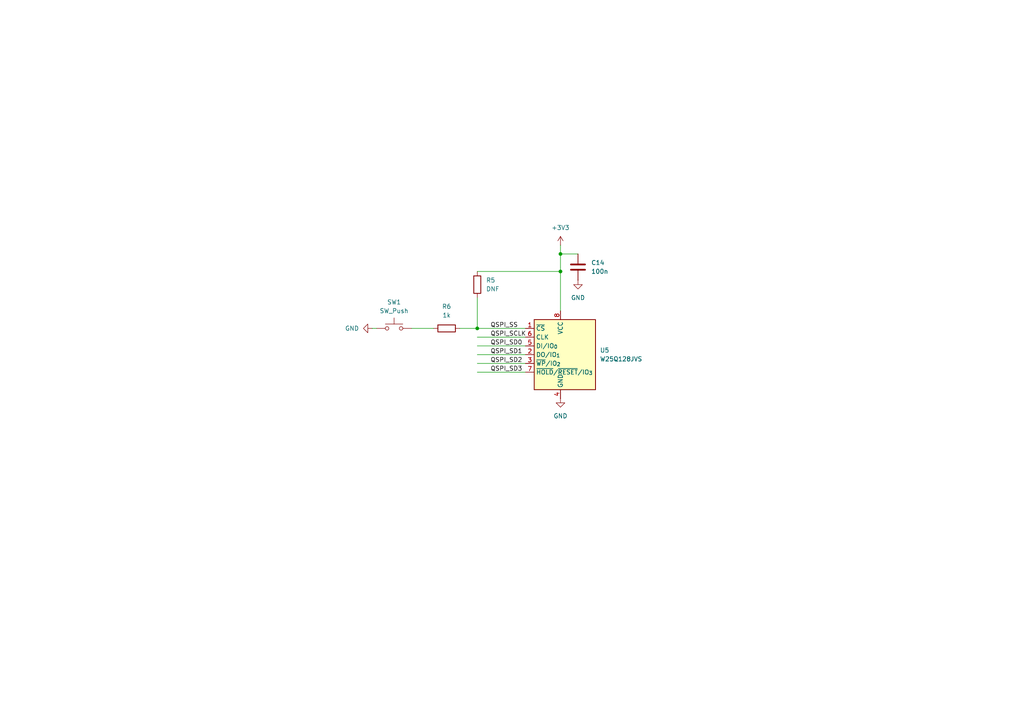
<source format=kicad_sch>
(kicad_sch (version 20250114) (generator "eeschema") (generator_version "9.0")
  (paper "A4")
  (lib_symbols
    (symbol "Device:C" (pin_numbers (hide yes)) (pin_names (offset 0.254))
      (property "Reference" "C" (at 0.635 2.54 0))
      (property "Value" "C" (at 0.635 -2.54 0))
      (symbol "C_0_1"
        (polyline (pts (xy -2.032 0.762) (xy 2.032 0.762)) (stroke (width 0.508)))
        (polyline (pts (xy -2.032 -0.762) (xy 2.032 -0.762)) (stroke (width 0.508)))
      )
      (symbol "C_1_1"
        (pin passive line (at 0 3.81 270) (length 2.794) (name "~") (number "1"))
        (pin passive line (at 0 -3.81 90) (length 2.794) (name "~") (number "2"))
      )
    )
    (symbol "Device:R" (pin_numbers (hide yes)) (pin_names (offset 0))
      (property "Reference" "R" (at 2.032 0 90))
      (property "Value" "R" (at 0 0 90))
      (symbol "R_0_1"
        (rectangle (start -1.016 -2.54) (end 1.016 2.54) (stroke (width 0.254)))
      )
      (symbol "R_1_1"
        (pin passive line (at 0 3.81 270) (length 1.27) (name "~") (number "1"))
        (pin passive line (at 0 -3.81 90) (length 1.27) (name "~") (number "2"))
      )
    )
    (symbol "Memory_Flash:W25Q128JVS"
      (property "Reference" "U" (at -6.35 11.43 0))
      (property "Value" "W25Q128JVS" (at 7.62 11.43 0))
      (symbol "W25Q128JVS_0_1"
        (rectangle (start -7.62 10.16) (end 10.16 -10.16) (stroke (width 0.254)) (fill (type background)))
      )
      (symbol "W25Q128JVS_1_1"
        (pin input line (at -10.16 7.62 0) (length 2.54) (name "~{CS}") (number "1"))
        (pin input line (at -10.16 5.08 0) (length 2.54) (name "CLK") (number "6"))
        (pin bidirectional line (at -10.16 2.54 0) (length 2.54) (name "DI/IO_{0}") (number "5"))
        (pin bidirectional line (at -10.16 0 0) (length 2.54) (name "DO/IO_{1}") (number "2"))
        (pin bidirectional line (at -10.16 -2.54 0) (length 2.54) (name "~{WP}/IO_{2}") (number "3"))
        (pin bidirectional line (at -10.16 -5.08 0) (length 2.54) (name "~{HOLD}/~{RESET}/IO_{3}") (number "7"))
        (pin power_in line (at 0 12.7 270) (length 2.54) (name "VCC") (number "8"))
        (pin power_in line (at 0 -12.7 90) (length 2.54) (name "GND") (number "4"))
      )
    )
    (symbol "Switch:SW_Push" (pin_numbers (hide yes)) (pin_names (offset 1.016) (hide yes))
      (property "Reference" "SW" (at 1.27 2.54 0))
      (property "Value" "SW_Push" (at 0 -1.524 0))
      (symbol "SW_Push_0_1"
        (circle (center -2.032 0) (radius 0.508))
        (polyline (pts (xy 0 1.27) (xy 0 3.048)))
        (circle (center 2.032 0) (radius 0.508))
        (polyline (pts (xy 2.54 1.27) (xy -2.54 1.27)))
        (pin passive line (at -5.08 0 0) (length 2.54) (name "1") (number "1"))
        (pin passive line (at 5.08 0 180) (length 2.54) (name "2") (number "2"))
      )
    )
    (symbol "power:+3V3" (power) (pin_numbers (hide yes)) (pin_names (offset 0) (hide yes))
      (property "Value" "+3V3" (at 0 3.556 0))
      (symbol "+3V3_0_1"
        (polyline (pts (xy -0.762 1.27) (xy 0 2.54)))
        (polyline (pts (xy 0 2.54) (xy 0.762 1.27)))
        (polyline (pts (xy 0 0) (xy 0 2.54)))
      )
      (symbol "+3V3_1_1"
        (pin power_in line (at 0 0 90) (length 0) (name "~") (number "1"))
      )
    )
    (symbol "power:GND" (power) (pin_numbers (hide yes)) (pin_names (offset 0) (hide yes))
      (property "Value" "GND" (at 0 -3.81 0))
      (symbol "GND_0_1"
        (polyline (pts (xy 0 0) (xy 0 -1.27) (xy 1.27 -1.27) (xy 0 -2.54) (xy -1.27 -1.27) (xy 0 -1.27)))
      )
      (symbol "GND_1_1"
        (pin power_in line (at 0 0 270) (length 0) (name "~") (number "1"))
      )
    )
  )
  (junction (at 138.43 95.25))
  (junction (at 162.56 73.66))
  (junction (at 162.56 78.74))
  (wire (pts (xy 162.56 73.66) (xy 167.64 73.66)))
  (wire (pts (xy 162.56 71.12) (xy 162.56 73.66)))
  (wire (pts (xy 138.43 78.74) (xy 162.56 78.74)))
  (wire (pts (xy 138.43 102.87) (xy 152.4 102.87)))
  (wire (pts (xy 138.43 95.25) (xy 152.4 95.25)))
  (wire (pts (xy 138.43 100.33) (xy 152.4 100.33)))
  (wire (pts (xy 138.43 107.95) (xy 152.4 107.95)))
  (wire (pts (xy 138.43 105.41) (xy 152.4 105.41)))
  (wire (pts (xy 138.43 86.36) (xy 138.43 95.25)))
  (wire (pts (xy 162.56 78.74) (xy 162.56 90.17)))
  (wire (pts (xy 162.56 73.66) (xy 162.56 78.74)))
  (wire (pts (xy 138.43 97.79) (xy 152.4 97.79)))
  (wire (pts (xy 119.38 95.25) (xy 125.73 95.25)))
  (wire (pts (xy 133.35 95.25) (xy 138.43 95.25)))
  (wire (pts (xy 107.95 95.25) (xy 109.22 95.25)))
  (label "QSPI_SD1" (at 142.24 102.87 0))
  (label "QSPI_SD0" (at 142.24 100.33 0))
  (label "QSPI_SS" (at 142.24 95.25 0))
  (label "QSPI_SD3" (at 142.24 107.95 0))
  (label "QSPI_SD2" (at 142.24 105.41 0))
  (label "QSPI_SCLK" (at 142.24 97.79 0))
  (symbol (lib_id "Device:C") (at 167.64 77.47 0) (unit 1)
    (property "Reference" "C14" (at 171.45 76.1999 0) (effects (justify left)))
    (property "Value" "100n" (at 171.45 78.7399 0) (effects (justify left)))
    (property "Description" "Unpolarized capacitor" (effects (hide yes)))
  )
  (symbol (lib_id "power:GND") (at 167.64 81.28 0) (unit 1)
    (property "Reference" "#PWR014" (effects (hide yes)))
    (property "Value" "GND" (at 167.64 86.36 0))
    (property "Description" "Power symbol creates a global label with name \"GND\" , ground" (effects (hide yes)))
  )
  (symbol (lib_id "power:+3V3") (at 162.56 71.12 0) (unit 1)
    (property "Reference" "#PWR013" (effects (hide yes)))
    (property "Value" "+3V3" (at 162.56 66.04 0))
    (property "Description" "Power symbol creates a global label with name \"+3V3\"" (effects (hide yes)))
  )
  (symbol (lib_id "Device:R") (at 138.43 82.55 0) (unit 1)
    (property "Reference" "R5" (at 140.97 81.2799 0) (effects (justify left)))
    (property "Value" "DNF" (at 140.97 83.8199 0) (effects (justify left)))
    (property "Description" "Resistor" (effects (hide yes)))
  )
  (symbol (lib_id "Memory_Flash:W25Q128JVS") (at 162.56 102.87 0) (unit 1)
    (property "Reference" "U5" (at 173.99 101.5999 0) (effects (justify left)))
    (property "Value" "W25Q128JVS" (at 173.99 104.1399 0) (effects (justify left)))
    (property "Footprint" "Package_SO:SOIC-8_5.3x5.3mm_P1.27mm" (effects (hide yes)))
    (property "Datasheet" "https://www.winbond.com/resource-files/w25q128jv_dtr%20revc%2003272018%20plus.pdf" (effects (hide yes)))
    (property "Description" "128Mbit / 16MiB Serial Flash Memory, Standard/Dual/Quad SPI, 2.7-3.6V, SOIC-8" (effects (hide yes)))
  )
  (symbol (lib_id "power:GND") (at 107.95 95.25 270) (unit 1)
    (property "Reference" "#PWR015" (effects (hide yes)))
    (property "Value" "GND" (at 104.14 95.2499 90) (effects (justify right)))
    (property "Description" "Power symbol creates a global label with name \"GND\" , ground" (effects (hide yes)))
  )
  (symbol (lib_id "power:GND") (at 162.56 115.57 0) (unit 1)
    (property "Reference" "#PWR016" (effects (hide yes)))
    (property "Value" "GND" (at 162.56 120.65 0))
    (property "Description" "Power symbol creates a global label with name \"GND\" , ground" (effects (hide yes)))
  )
  (symbol (lib_id "Device:R") (at 129.54 95.25 90) (unit 1)
    (property "Reference" "R6" (at 129.54 88.9 90))
    (property "Value" "1k" (at 129.54 91.44 90))
    (property "Description" "Resistor" (effects (hide yes)))
  )
  (symbol (lib_id "Switch:SW_Push") (at 114.3 95.25 0) (unit 1)
    (property "Reference" "SW1" (at 114.3 87.63 0))
    (property "Value" "SW_Push" (at 114.3 90.17 0))
    (property "Description" "Push button switch, generic, two pins" (effects (hide yes)))
  )
)
</source>
